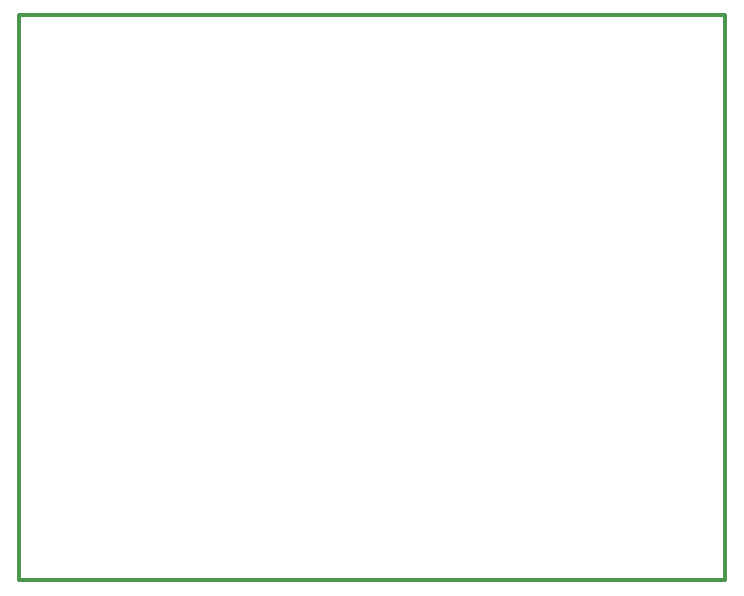
<source format=gko>
%FSLAX24Y24*%
%MOIN*%
G70*
G01*
G75*
G04 Layer_Color=16711935*
%ADD10C,0.0080*%
%ADD11R,0.0571X0.0217*%
%ADD12R,0.0236X0.0571*%
%ADD13R,0.0551X0.0591*%
%ADD14O,0.0984X0.0276*%
%ADD15R,0.0591X0.0551*%
%ADD16R,0.1299X0.1063*%
%ADD17R,0.0394X0.1063*%
%ADD18R,0.0571X0.0236*%
%ADD19O,0.0768X0.0236*%
%ADD20O,0.0236X0.0768*%
%ADD21C,0.0100*%
%ADD22C,0.0150*%
%ADD23C,0.0120*%
%ADD24C,0.0200*%
%ADD25R,0.0591X0.0591*%
%ADD26C,0.0591*%
%ADD27C,0.0472*%
%ADD28C,0.0600*%
%ADD29C,0.0787*%
%ADD30O,0.0787X0.1575*%
%ADD31O,0.1575X0.0787*%
%ADD32O,0.1772X0.0787*%
%ADD33R,0.0591X0.0591*%
%ADD34C,0.0300*%
%ADD35C,0.0350*%
%ADD36C,0.0098*%
%ADD37C,0.0236*%
%ADD38C,0.0079*%
%ADD39C,0.0004*%
%ADD40C,0.0197*%
%ADD41C,0.0295*%
%ADD42R,0.0651X0.0297*%
%ADD43R,0.0316X0.0651*%
%ADD44R,0.0631X0.0671*%
%ADD45O,0.1064X0.0356*%
%ADD46R,0.0671X0.0631*%
%ADD47R,0.1379X0.1143*%
%ADD48R,0.0474X0.1143*%
%ADD49R,0.0651X0.0316*%
%ADD50O,0.0848X0.0316*%
%ADD51O,0.0316X0.0848*%
%ADD52R,0.0671X0.0671*%
%ADD53C,0.0671*%
%ADD54C,0.0552*%
%ADD55C,0.0680*%
%ADD56C,0.0867*%
%ADD57C,0.0080*%
%ADD58O,0.0867X0.1655*%
%ADD59O,0.1655X0.0867*%
%ADD60O,0.1852X0.0867*%
%ADD61R,0.0671X0.0671*%
%ADD62C,0.0380*%
%ADD63C,0.0010*%
%ADD64C,0.0118*%
D64*
X20512Y30354D02*
X44016D01*
X20512D02*
Y49173D01*
X44016D01*
Y30354D02*
Y49173D01*
M02*

</source>
